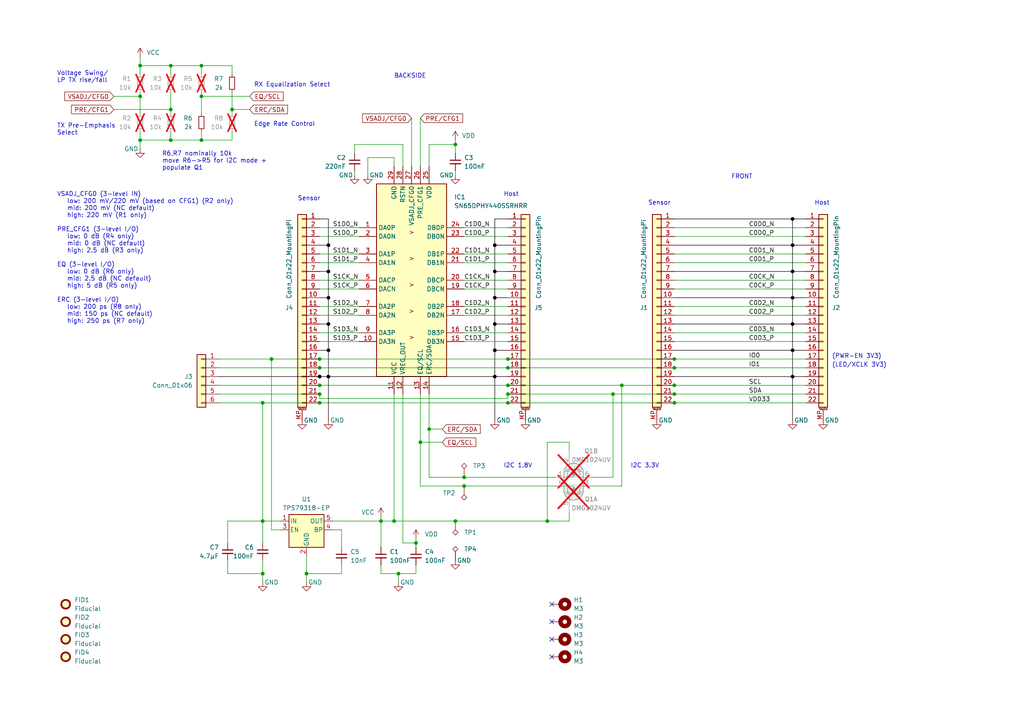
<source format=kicad_sch>
(kicad_sch (version 20230121) (generator eeschema)
  (paper "A4")
  (lib_symbols
    (symbol "Connector:TestPoint_Alt" (pin_numbers hide) (pin_names (offset 0.762) hide)
      (property "Reference" "TP" (at 0 6.858 0))
      (property "Value" "TestPoint_Alt" (at 0 5.08 0))
      (symbol "TestPoint_Alt_0_1"
        (polyline (pts (xy 0 2.54) (xy -0.762 3.302) (xy 0 4.064) (xy 0.762 3.302) (xy 0 2.54)))
      )
      (symbol "TestPoint_Alt_1_1"
        (pin passive line (at 0 0 90) (length 2.54) (name "1") (number "1"))
      )
    )
    (symbol "Connector_Generic:Conn_01x06" (pin_names (offset 1.016) hide)
      (property "Reference" "J" (at 0 7.62 0))
      (property "Value" "Conn_01x06" (at 0 -10.16 0))
      (symbol "Conn_01x06_1_1"
        (rectangle (start -1.27 -7.493) (end 0 -7.747) (stroke (width 0.1524)))
        (rectangle (start -1.27 -4.953) (end 0 -5.207) (stroke (width 0.1524)))
        (rectangle (start -1.27 -2.413) (end 0 -2.667) (stroke (width 0.1524)))
        (rectangle (start -1.27 0.127) (end 0 -0.127) (stroke (width 0.1524)))
        (rectangle (start -1.27 2.667) (end 0 2.413) (stroke (width 0.1524)))
        (rectangle (start -1.27 5.207) (end 0 4.953) (stroke (width 0.1524)))
        (rectangle (start -1.27 6.35) (end 1.27 -8.89) (stroke (width 0.254)) (fill (type background)))
        (pin passive line (at -5.08 5.08 0) (length 3.81) (name "Pin_1") (number "1"))
        (pin passive line (at -5.08 2.54 0) (length 3.81) (name "Pin_2") (number "2"))
        (pin passive line (at -5.08 0 0) (length 3.81) (name "Pin_3") (number "3"))
        (pin passive line (at -5.08 -2.54 0) (length 3.81) (name "Pin_4") (number "4"))
        (pin passive line (at -5.08 -5.08 0) (length 3.81) (name "Pin_5") (number "5"))
        (pin passive line (at -5.08 -7.62 0) (length 3.81) (name "Pin_6") (number "6"))
      )
    )
    (symbol "Connector_Generic_MountingPin:Conn_01x22_MountingPin" (pin_names (offset 1.016) hide)
      (property "Reference" "J" (at 0 27.94 0))
      (property "Value" "Conn_01x22_MountingPin" (at 1.27 -30.48 0))
      (symbol "Conn_01x22_MountingPin_1_1"
        (rectangle (start -1.27 -27.813) (end 0 -28.067) (stroke (width 0.1524)))
        (rectangle (start -1.27 -25.273) (end 0 -25.527) (stroke (width 0.1524)))
        (rectangle (start -1.27 -22.733) (end 0 -22.987) (stroke (width 0.1524)))
        (rectangle (start -1.27 -20.193) (end 0 -20.447) (stroke (width 0.1524)))
        (rectangle (start -1.27 -17.653) (end 0 -17.907) (stroke (width 0.1524)))
        (rectangle (start -1.27 -15.113) (end 0 -15.367) (stroke (width 0.1524)))
        (rectangle (start -1.27 -12.573) (end 0 -12.827) (stroke (width 0.1524)))
        (rectangle (start -1.27 -10.033) (end 0 -10.287) (stroke (width 0.1524)))
        (rectangle (start -1.27 -7.493) (end 0 -7.747) (stroke (width 0.1524)))
        (rectangle (start -1.27 -4.953) (end 0 -5.207) (stroke (width 0.1524)))
        (rectangle (start -1.27 -2.413) (end 0 -2.667) (stroke (width 0.1524)))
        (rectangle (start -1.27 0.127) (end 0 -0.127) (stroke (width 0.1524)))
        (rectangle (start -1.27 2.667) (end 0 2.413) (stroke (width 0.1524)))
        (rectangle (start -1.27 5.207) (end 0 4.953) (stroke (width 0.1524)))
        (rectangle (start -1.27 7.747) (end 0 7.493) (stroke (width 0.1524)))
        (rectangle (start -1.27 10.287) (end 0 10.033) (stroke (width 0.1524)))
        (rectangle (start -1.27 12.827) (end 0 12.573) (stroke (width 0.1524)))
        (rectangle (start -1.27 15.367) (end 0 15.113) (stroke (width 0.1524)))
        (rectangle (start -1.27 17.907) (end 0 17.653) (stroke (width 0.1524)))
        (rectangle (start -1.27 20.447) (end 0 20.193) (stroke (width 0.1524)))
        (rectangle (start -1.27 22.987) (end 0 22.733) (stroke (width 0.1524)))
        (rectangle (start -1.27 25.527) (end 0 25.273) (stroke (width 0.1524)))
        (rectangle (start -1.27 26.67) (end 1.27 -29.21) (stroke (width 0.254)) (fill (type background)))
        (polyline (pts (xy -1.016 -29.972) (xy 1.016 -29.972)) (stroke (width 0.1524)))
        (text "Mounting" (at 0 -29.591 0) (effects (font (size 0.381 0.381))))
        (pin passive line (at -5.08 25.4 0) (length 3.81) (name "Pin_1") (number "1"))
        (pin passive line (at -5.08 2.54 0) (length 3.81) (name "Pin_10") (number "10"))
        (pin passive line (at -5.08 0 0) (length 3.81) (name "Pin_11") (number "11"))
        (pin passive line (at -5.08 -2.54 0) (length 3.81) (name "Pin_12") (number "12"))
        (pin passive line (at -5.08 -5.08 0) (length 3.81) (name "Pin_13") (number "13"))
        (pin passive line (at -5.08 -7.62 0) (length 3.81) (name "Pin_14") (number "14"))
        (pin passive line (at -5.08 -10.16 0) (length 3.81) (name "Pin_15") (number "15"))
        (pin passive line (at -5.08 -12.7 0) (length 3.81) (name "Pin_16") (number "16"))
        (pin passive line (at -5.08 -15.24 0) (length 3.81) (name "Pin_17") (number "17"))
        (pin passive line (at -5.08 -17.78 0) (length 3.81) (name "Pin_18") (number "18"))
        (pin passive line (at -5.08 -20.32 0) (length 3.81) (name "Pin_19") (number "19"))
        (pin passive line (at -5.08 22.86 0) (length 3.81) (name "Pin_2") (number "2"))
        (pin passive line (at -5.08 -22.86 0) (length 3.81) (name "Pin_20") (number "20"))
        (pin passive line (at -5.08 -25.4 0) (length 3.81) (name "Pin_21") (number "21"))
        (pin passive line (at -5.08 -27.94 0) (length 3.81) (name "Pin_22") (number "22"))
        (pin passive line (at -5.08 20.32 0) (length 3.81) (name "Pin_3") (number "3"))
        (pin passive line (at -5.08 17.78 0) (length 3.81) (name "Pin_4") (number "4"))
        (pin passive line (at -5.08 15.24 0) (length 3.81) (name "Pin_5") (number "5"))
        (pin passive line (at -5.08 12.7 0) (length 3.81) (name "Pin_6") (number "6"))
        (pin passive line (at -5.08 10.16 0) (length 3.81) (name "Pin_7") (number "7"))
        (pin passive line (at -5.08 7.62 0) (length 3.81) (name "Pin_8") (number "8"))
        (pin passive line (at -5.08 5.08 0) (length 3.81) (name "Pin_9") (number "9"))
        (pin passive line (at 0 -33.02 90) (length 3.048) (name "MountPin") (number "MP"))
      )
    )
    (symbol "DPHY440:SN65DPHY440SSRHRR"
      (property "Reference" "IC" (at -1.27 44.45 0))
      (property "Value" "SN65DPHY440SSRHRR" (at -11.43 41.91 0))
      (symbol "SN65DPHY440SSRHRR_1_1"
        (rectangle (start -10.16 27.94) (end 10.16 -27.94) (stroke (width 0.254)) (fill (type background)))
        (text ">" (at 0 -16.51 0) (effects (font (size 1.27 1.27))))
        (text ">" (at 0 -8.89 0) (effects (font (size 1.27 1.27))))
        (text ">" (at 0 -1.27 0) (effects (font (size 1.27 1.27))))
        (text ">" (at 0 6.35 0) (effects (font (size 1.27 1.27))))
        (text ">" (at 0 13.97 0) (effects (font (size 1.27 1.27))))
        (pin passive line (at -15.24 15.24 0) (length 5.08) (name "DA0P") (number "1"))
        (pin passive line (at -15.24 -17.78 0) (length 5.08) (name "DA3N") (number "10"))
        (pin passive line (at -5.08 -33.02 90) (length 5.08) (name "VCC") (number "11"))
        (pin passive line (at -2.54 -33.02 90) (length 5.08) (name "VREG_OUT") (number "12"))
        (pin passive line (at 2.54 -33.02 90) (length 5.08) (name "EQ/SCL") (number "13"))
        (pin passive line (at 5.08 -33.02 90) (length 5.08) (name "ERC/SDA") (number "14"))
        (pin passive line (at 15.24 -17.78 180) (length 5.08) (name "DB3N") (number "15"))
        (pin passive line (at 15.24 -15.24 180) (length 5.08) (name "DB3P") (number "16"))
        (pin passive line (at 15.24 -10.16 180) (length 5.08) (name "DB2N") (number "17"))
        (pin passive line (at 15.24 -7.62 180) (length 5.08) (name "DB2P") (number "18"))
        (pin passive line (at 15.24 -2.54 180) (length 5.08) (name "DBCN") (number "19"))
        (pin passive line (at -15.24 12.7 0) (length 5.08) (name "DA0N") (number "2"))
        (pin passive line (at 15.24 0 180) (length 5.08) (name "DBCP") (number "20"))
        (pin passive line (at 15.24 5.08 180) (length 5.08) (name "DB1N") (number "21"))
        (pin passive line (at 15.24 7.62 180) (length 5.08) (name "DB1P") (number "22"))
        (pin passive line (at 15.24 12.7 180) (length 5.08) (name "DB0N") (number "23"))
        (pin passive line (at 15.24 15.24 180) (length 5.08) (name "DB0P") (number "24"))
        (pin passive line (at 5.08 33.02 270) (length 5.08) (name "VDD") (number "25"))
        (pin passive line (at 2.54 33.02 270) (length 5.08) (name "PRE_CFG1") (number "26"))
        (pin passive line (at 0 33.02 270) (length 5.08) (name "VSADJ_CFG0") (number "27"))
        (pin passive line (at -2.54 33.02 270) (length 5.08) (name "RSTN") (number "28"))
        (pin passive line (at -5.08 33.02 270) (length 5.08) (name "GND") (number "29"))
        (pin passive line (at -15.24 7.62 0) (length 5.08) (name "DA1P") (number "3"))
        (pin passive line (at -15.24 5.08 0) (length 5.08) (name "DA1N") (number "4"))
        (pin passive line (at -15.24 0 0) (length 5.08) (name "DACP") (number "5"))
        (pin passive line (at -15.24 -2.54 0) (length 5.08) (name "DACN") (number "6"))
        (pin passive line (at -15.24 -7.62 0) (length 5.08) (name "DA2P") (number "7"))
        (pin passive line (at -15.24 -10.16 0) (length 5.08) (name "DA2N") (number "8"))
        (pin passive line (at -15.24 -15.24 0) (length 5.08) (name "DA3P") (number "9"))
      )
    )
    (symbol "Device:C_Small" (pin_numbers hide) (pin_names (offset 0.254) hide)
      (property "Reference" "C" (at 0.254 1.778 0))
      (property "Value" "C_Small" (at 0.254 -2.032 0))
      (symbol "C_Small_0_1"
        (polyline (pts (xy -1.524 -0.508) (xy 1.524 -0.508)) (stroke (width 0.3302)))
        (polyline (pts (xy -1.524 0.508) (xy 1.524 0.508)) (stroke (width 0.3048)))
      )
      (symbol "C_Small_1_1"
        (pin passive line (at 0 2.54 270) (length 2.032) (name "~") (number "1"))
        (pin passive line (at 0 -2.54 90) (length 2.032) (name "~") (number "2"))
      )
    )
    (symbol "Device:R_Small" (pin_numbers hide) (pin_names (offset 0.254) hide)
      (property "Reference" "R" (at 0.762 0.508 0))
      (property "Value" "R_Small" (at 0.762 -1.016 0))
      (symbol "R_Small_0_1"
        (rectangle (start -0.762 1.778) (end 0.762 -1.778) (stroke (width 0.2032)))
      )
      (symbol "R_Small_1_1"
        (pin passive line (at 0 2.54 270) (length 0.762) (name "~") (number "1"))
        (pin passive line (at 0 -2.54 90) (length 0.762) (name "~") (number "2"))
      )
    )
    (symbol "Mechanical:Fiducial"
      (property "Reference" "FID" (at 0 5.08 0))
      (property "Value" "Fiducial" (at 0 3.175 0))
      (symbol "Fiducial_0_1"
        (circle (center 0 0) (radius 1.27) (stroke (width 0.508)) (fill (type background)))
      )
    )
    (symbol "Mechanical:MountingHole_Pad" (pin_numbers hide) (pin_names (offset 1.016) hide)
      (property "Reference" "H" (at 0 6.35 0))
      (property "Value" "MountingHole_Pad" (at 0 4.445 0))
      (symbol "MountingHole_Pad_0_1"
        (circle (center 0 1.27) (radius 1.27) (stroke (width 1.27)))
      )
      (symbol "MountingHole_Pad_1_1"
        (pin input line (at 0 -2.54 90) (length 2.54) (name "1") (number "1"))
      )
    )
    (symbol "PCM_Transistor_MOSFET_AKL:DMG1024UV" (pin_names (offset 1.016) hide)
      (property "Reference" "Q" (at 3.81 1.27 0))
      (property "Value" "DMG1024UV" (at 3.81 -1.27 0))
      (symbol "DMG1024UV_1_1"
        (polyline (pts (xy -1.016 1.905) (xy -1.016 -1.905)) (stroke (width 0.254)))
        (polyline (pts (xy -0.508 -1.778) (xy 1.27 -1.778)))
        (polyline (pts (xy -0.508 -1.27) (xy -0.508 -2.286)) (stroke (width 0.254)))
        (polyline (pts (xy -0.508 0.508) (xy -0.508 -0.508)) (stroke (width 0.254)))
        (polyline (pts (xy -0.508 2.286) (xy -0.508 1.27)) (stroke (width 0.254)))
        (polyline (pts (xy 0 -2.794) (xy 1.905 -2.794)) (stroke (width 0.254)))
        (polyline (pts (xy 0 2.794) (xy 1.905 2.794)) (stroke (width 0.254)))
        (polyline (pts (xy 1.27 1.778) (xy -0.508 1.778)))
        (polyline (pts (xy 1.27 2.54) (xy 1.27 1.778)))
        (polyline (pts (xy 1.27 -2.54) (xy 1.27 0) (xy -0.508 0)))
        (polyline (pts (xy -0.254 0) (xy 0.762 0.381) (xy 0.762 -0.381) (xy -0.254 0)) (fill (type outline)))
        (polyline (pts (xy 1.905 -2.794) (xy -0.254 -2.794) (xy -1.397 -2.413) (xy -2.286 -1.651) (xy -2.667 -0.762) (xy -2.794 0.127) (xy -2.54 1.143) (xy -2.032 1.905) (xy -1.397 2.413) (xy -0.508 2.794) (xy 1.905 2.794)) (fill (type background)))
        (arc (start 0 2.794) (mid -2.7819 0) (end 0 -2.794) (stroke (width 0.254)))
        (circle (center 1.27 -1.778) (radius 0.1778) (fill (type outline)))
        (pin passive line (at 1.27 -5.08 90) (length 2.54) (name "S1") (number "1"))
        (pin input line (at -6.35 -1.27 0) (length 5.207) (name "G1") (number "2"))
        (pin passive line (at 1.27 5.08 270) (length 2.54) (name "D1") (number "6"))
      )
      (symbol "DMG1024UV_2_1"
        (polyline (pts (xy -1.016 1.905) (xy -1.016 -1.905)) (stroke (width 0.254)))
        (polyline (pts (xy -0.508 -1.778) (xy 1.27 -1.778)))
        (polyline (pts (xy -0.508 -1.27) (xy -0.508 -2.286)) (stroke (width 0.254)))
        (polyline (pts (xy -0.508 0.508) (xy -0.508 -0.508)) (stroke (width 0.254)))
        (polyline (pts (xy -0.508 2.286) (xy -0.508 1.27)) (stroke (width 0.254)))
        (polyline (pts (xy 0 -2.794) (xy 1.905 -2.794)) (stroke (width 0.254)))
        (polyline (pts (xy 0 2.794) (xy 1.905 2.794)) (stroke (width 0.254)))
        (polyline (pts (xy 1.27 1.778) (xy -0.508 1.778)))
        (polyline (pts (xy 1.27 2.54) (xy 1.27 1.778)))
        (polyline (pts (xy 1.27 -2.54) (xy 1.27 0) (xy -0.508 0)))
        (polyline (pts (xy -0.254 0) (xy 0.762 0.381) (xy 0.762 -0.381) (xy -0.254 0)) (fill (type outline)))
        (polyline (pts (xy 1.905 -2.794) (xy -0.254 -2.794) (xy -1.397 -2.413) (xy -2.286 -1.651) (xy -2.667 -0.762) (xy -2.794 0.127) (xy -2.54 1.143) (xy -2.032 1.905) (xy -1.397 2.413) (xy -0.508 2.794) (xy 1.905 2.794)) (fill (type background)))
        (arc (start 0 2.794) (mid -2.7819 0) (end 0 -2.794) (stroke (width 0.254)))
        (circle (center 1.27 -1.778) (radius 0.1778) (fill (type outline)))
        (pin passive line (at 1.27 5.08 270) (length 2.54) (name "D2") (number "3"))
        (pin passive line (at 1.27 -5.08 90) (length 2.54) (name "S2") (number "4"))
        (pin input line (at -6.35 -1.27 0) (length 5.207) (name "G2") (number "5"))
      )
    )
    (symbol "Regulator_Linear:TPS79318-EP" (pin_names (offset 0.254))
      (property "Reference" "U" (at -3.81 5.715 0))
      (property "Value" "TPS79318-EP" (at 0 5.715 0))
      (symbol "TPS79318-EP_1_1"
        (rectangle (start 5.08 -5.08) (end -5.08 4.445) (stroke (width 0.254)) (fill (type background)))
        (pin power_in line (at -7.62 2.54 0) (length 2.54) (name "IN") (number "1"))
        (pin power_in line (at 0 -7.62 90) (length 2.54) (name "GND") (number "2"))
        (pin input line (at -7.62 0 0) (length 2.54) (name "EN") (number "3"))
        (pin bidirectional line (at 7.62 0 180) (length 2.54) (name "BP") (number "4"))
        (pin power_out line (at 7.62 2.54 180) (length 2.54) (name "OUT") (number "5"))
      )
    )
    (symbol "power:GND" (power) (pin_names (offset 0))
      (property "Value" "GND" (at 0 -3.81 0))
      (symbol "GND_0_1"
        (polyline (pts (xy 0 0) (xy 0 -1.27) (xy 1.27 -1.27) (xy 0 -2.54) (xy -1.27 -1.27) (xy 0 -1.27)))
      )
      (symbol "GND_1_1"
        (pin power_in line (at 0 0 270) (length 0) hide (name "GND") (number "1"))
      )
    )
    (symbol "power:VCC" (power) (pin_names (offset 0))
      (property "Value" "VCC" (at 0 3.81 0))
      (symbol "VCC_0_1"
        (polyline (pts (xy -0.762 1.27) (xy 0 2.54)))
        (polyline (pts (xy 0 0) (xy 0 2.54)))
        (polyline (pts (xy 0 2.54) (xy 0.762 1.27)))
      )
      (symbol "VCC_1_1"
        (pin power_in line (at 0 0 90) (length 0) hide (name "VCC") (number "1"))
      )
    )
    (symbol "power:VDD" (power) (pin_names (offset 0))
      (property "Value" "VDD" (at 0 3.81 0))
      (symbol "VDD_0_1"
        (polyline (pts (xy -0.762 1.27) (xy 0 2.54)))
        (polyline (pts (xy 0 0) (xy 0 2.54)))
        (polyline (pts (xy 0 2.54) (xy 0.762 1.27)))
      )
      (symbol "VDD_1_1"
        (pin power_in line (at 0 0 90) (length 0) hide (name "VDD") (number "1"))
      )
    )
  )
  (junction (at 132.08 41.91))
  (junction (at 40.64 19.05))
  (junction (at 76.2 151.13))
  (junction (at 115.57 166.37))
  (junction (at 114.3 151.13))
  (junction (at 78.74 104.14))
  (junction (at 88.9 166.37))
  (junction (at 95.25 101.6) (color 0 0 0 1))
  (junction (at 158.75 151.13))
  (junction (at 143.51 93.98) (color 0 0 0 1))
  (junction (at 110.49 151.13))
  (junction (at 58.42 40.64))
  (junction (at 58.42 27.94))
  (junction (at 143.51 101.6) (color 0 0 0 1))
  (junction (at 229.87 86.36) (color 0 0 0 1))
  (junction (at 95.25 109.22) (color 0 0 0 1))
  (junction (at 147.32 111.76))
  (junction (at 229.87 93.98) (color 0 0 0 1))
  (junction (at 195.58 114.3))
  (junction (at 95.25 71.12) (color 0 0 0 1))
  (junction (at 76.2 166.37))
  (junction (at 132.08 151.13))
  (junction (at 195.58 116.84))
  (junction (at 229.87 78.74) (color 0 0 0 1))
  (junction (at 147.32 106.68))
  (junction (at 229.87 109.22) (color 0 0 0 1))
  (junction (at 143.51 78.74) (color 0 0 0 1))
  (junction (at 76.2 116.84))
  (junction (at 195.58 106.68))
  (junction (at 49.53 31.75))
  (junction (at 92.71 116.84))
  (junction (at 49.53 19.05))
  (junction (at 95.25 93.98) (color 0 0 0 1))
  (junction (at 67.31 31.75))
  (junction (at 147.32 116.84))
  (junction (at 180.34 111.76))
  (junction (at 195.58 104.14))
  (junction (at 229.87 63.5) (color 0 0 0 1))
  (junction (at 121.92 128.27))
  (junction (at 229.87 101.6) (color 0 0 0 1))
  (junction (at 134.62 138.43))
  (junction (at 40.64 40.64))
  (junction (at 177.8 114.3))
  (junction (at 124.46 124.46))
  (junction (at 147.32 104.14))
  (junction (at 49.53 40.64))
  (junction (at 147.32 114.3))
  (junction (at 229.87 71.12) (color 0 0 0 1))
  (junction (at 58.42 19.05))
  (junction (at 143.51 71.12) (color 0 0 0 1))
  (junction (at 195.58 111.76))
  (junction (at 95.25 86.36) (color 0 0 0 1))
  (junction (at 92.71 106.68))
  (junction (at 92.71 111.76))
  (junction (at 120.65 157.48))
  (junction (at 143.51 109.22) (color 0 0 0 1))
  (junction (at 92.71 114.3))
  (junction (at 95.25 78.74) (color 0 0 0 1))
  (junction (at 40.64 27.94))
  (junction (at 134.62 140.97))
  (junction (at 143.51 86.36) (color 0 0 0 1))
  (junction (at 92.71 104.14))
  (junction (at 92.71 109.22) (color 0 0 0 1))
  (no_connect (at 160.02 190.5))
  (no_connect (at 160.02 180.34))
  (no_connect (at 160.02 175.26))
  (no_connect (at 160.02 185.42))
  (wire (pts (xy 67.31 40.64) (xy 58.42 40.64)))
  (wire (pts (xy 180.34 111.76) (xy 195.58 111.76)))
  (wire (pts (xy 40.64 40.64) (xy 40.64 43.18)))
  (wire (pts (xy 78.74 104.14) (xy 78.74 153.67)))
  (wire (pts (xy 134.62 138.43) (xy 124.46 138.43)))
  (wire (pts (xy 76.2 116.84) (xy 92.71 116.84)))
  (wire (pts (xy 195.58 88.9) (xy 233.68 88.9)))
  (wire (pts (xy 116.84 48.26) (xy 116.84 41.91)))
  (wire (pts (xy 143.51 101.6) (xy 147.32 101.6)) (stroke (width 0) (color 0 0 0 1)))
  (wire (pts (xy 195.58 93.98) (xy 229.87 93.98)) (stroke (width 0) (color 0 0 0 1)))
  (wire (pts (xy 195.58 114.3) (xy 233.68 114.3)))
  (wire (pts (xy 229.87 78.74) (xy 229.87 86.36)) (stroke (width 0) (color 0 0 0 1)))
  (wire (pts (xy 134.62 66.04) (xy 147.32 66.04)))
  (wire (pts (xy 147.32 104.14) (xy 195.58 104.14)))
  (wire (pts (xy 58.42 26.67) (xy 58.42 27.94)))
  (wire (pts (xy 119.38 48.26) (xy 119.38 34.29)))
  (wire (pts (xy 95.25 101.6) (xy 95.25 109.22)) (stroke (width 0) (color 0 0 0 1)))
  (wire (pts (xy 76.2 162.56) (xy 76.2 166.37)))
  (wire (pts (xy 143.51 93.98) (xy 143.51 101.6)) (stroke (width 0) (color 0 0 0 1)))
  (wire (pts (xy 229.87 101.6) (xy 233.68 101.6)) (stroke (width 0) (color 0 0 0 1)))
  (wire (pts (xy 115.57 168.91) (xy 115.57 166.37)))
  (wire (pts (xy 143.51 78.74) (xy 147.32 78.74)) (stroke (width 0) (color 0 0 0 1)))
  (wire (pts (xy 195.58 83.82) (xy 233.68 83.82)))
  (wire (pts (xy 134.62 83.82) (xy 147.32 83.82)))
  (wire (pts (xy 195.58 86.36) (xy 229.87 86.36)) (stroke (width 0) (color 0 0 0 1)))
  (wire (pts (xy 49.53 40.64) (xy 40.64 40.64)))
  (wire (pts (xy 63.5 111.76) (xy 92.71 111.76)))
  (wire (pts (xy 134.62 81.28) (xy 147.32 81.28)))
  (wire (pts (xy 134.62 73.66) (xy 147.32 73.66)))
  (wire (pts (xy 63.5 116.84) (xy 76.2 116.84)))
  (wire (pts (xy 66.04 157.48) (xy 66.04 151.13)))
  (wire (pts (xy 124.46 41.91) (xy 132.08 41.91)))
  (wire (pts (xy 134.62 88.9) (xy 147.32 88.9)))
  (wire (pts (xy 95.25 109.22) (xy 95.25 121.92)) (stroke (width 0) (color 0 0 0 1)))
  (wire (pts (xy 124.46 114.3) (xy 124.46 124.46)))
  (wire (pts (xy 158.75 151.13) (xy 165.1 151.13)))
  (wire (pts (xy 132.08 41.91) (xy 132.08 44.45)))
  (wire (pts (xy 143.51 86.36) (xy 147.32 86.36)) (stroke (width 0) (color 0 0 0 1)))
  (wire (pts (xy 66.04 162.56) (xy 66.04 166.37)))
  (wire (pts (xy 165.1 130.81) (xy 165.1 128.27)))
  (wire (pts (xy 67.31 19.05) (xy 58.42 19.05)))
  (wire (pts (xy 114.3 151.13) (xy 114.3 114.3)))
  (wire (pts (xy 95.25 86.36) (xy 95.25 93.98)) (stroke (width 0) (color 0 0 0 1)))
  (wire (pts (xy 143.51 101.6) (xy 143.51 109.22)) (stroke (width 0) (color 0 0 0 1)))
  (wire (pts (xy 120.65 156.21) (xy 120.65 157.48)))
  (wire (pts (xy 92.71 66.04) (xy 104.14 66.04)))
  (wire (pts (xy 128.27 128.27) (xy 121.92 128.27)))
  (wire (pts (xy 229.87 86.36) (xy 229.87 93.98)) (stroke (width 0) (color 0 0 0 1)))
  (wire (pts (xy 96.52 153.67) (xy 99.06 153.67)))
  (wire (pts (xy 95.25 71.12) (xy 95.25 78.74)) (stroke (width 0) (color 0 0 0 1)))
  (wire (pts (xy 229.87 93.98) (xy 233.68 93.98)) (stroke (width 0) (color 0 0 0 1)))
  (wire (pts (xy 143.51 109.22) (xy 143.51 121.92)) (stroke (width 0) (color 0 0 0 1)))
  (wire (pts (xy 99.06 153.67) (xy 99.06 158.75)))
  (wire (pts (xy 95.25 93.98) (xy 95.25 101.6)) (stroke (width 0) (color 0 0 0 1)))
  (wire (pts (xy 229.87 63.5) (xy 229.87 71.12)) (stroke (width 0) (color 0 0 0 1)))
  (wire (pts (xy 106.68 45.72) (xy 114.3 45.72)))
  (wire (pts (xy 58.42 38.1) (xy 58.42 40.64)))
  (wire (pts (xy 195.58 109.22) (xy 229.87 109.22)) (stroke (width 0) (color 0 0 0 1)))
  (wire (pts (xy 92.71 83.82) (xy 104.14 83.82)))
  (wire (pts (xy 96.52 151.13) (xy 110.49 151.13)))
  (wire (pts (xy 195.58 68.58) (xy 233.68 68.58)))
  (wire (pts (xy 120.65 163.83) (xy 120.65 166.37)))
  (wire (pts (xy 102.87 41.91) (xy 116.84 41.91)))
  (wire (pts (xy 147.32 114.3) (xy 177.8 114.3)))
  (wire (pts (xy 67.31 21.59) (xy 67.31 19.05)))
  (wire (pts (xy 147.32 111.76) (xy 180.34 111.76)))
  (wire (pts (xy 115.57 166.37) (xy 120.65 166.37)))
  (wire (pts (xy 63.5 106.68) (xy 92.71 106.68)))
  (wire (pts (xy 58.42 19.05) (xy 49.53 19.05)))
  (wire (pts (xy 132.08 151.13) (xy 158.75 151.13)))
  (wire (pts (xy 134.62 91.44) (xy 147.32 91.44)))
  (wire (pts (xy 40.64 26.67) (xy 40.64 27.94)))
  (wire (pts (xy 81.28 153.67) (xy 78.74 153.67)))
  (wire (pts (xy 63.5 104.14) (xy 78.74 104.14)))
  (wire (pts (xy 143.51 71.12) (xy 143.51 78.74)) (stroke (width 0) (color 0 0 0 1)))
  (wire (pts (xy 195.58 76.2) (xy 233.68 76.2)))
  (wire (pts (xy 76.2 116.84) (xy 76.2 151.13)))
  (wire (pts (xy 67.31 26.67) (xy 67.31 31.75)))
  (wire (pts (xy 180.34 140.97) (xy 180.34 111.76)))
  (wire (pts (xy 76.2 157.48) (xy 76.2 151.13)))
  (wire (pts (xy 110.49 151.13) (xy 110.49 158.75)))
  (wire (pts (xy 195.58 73.66) (xy 233.68 73.66)))
  (wire (pts (xy 92.71 78.74) (xy 95.25 78.74)) (stroke (width 0) (color 0 0 0 1)))
  (wire (pts (xy 92.71 76.2) (xy 104.14 76.2)))
  (wire (pts (xy 92.71 63.5) (xy 95.25 63.5)) (stroke (width 0) (color 0 0 0 1)))
  (wire (pts (xy 110.49 166.37) (xy 115.57 166.37)))
  (wire (pts (xy 49.53 19.05) (xy 49.53 21.59)))
  (wire (pts (xy 92.71 115.57) (xy 147.32 115.57)))
  (wire (pts (xy 121.92 34.29) (xy 121.92 48.26)))
  (wire (pts (xy 92.71 109.22) (xy 95.25 109.22)) (stroke (width 0) (color 0 0 0 1)))
  (wire (pts (xy 195.58 96.52) (xy 233.68 96.52)))
  (wire (pts (xy 116.84 114.3) (xy 116.84 157.48)))
  (wire (pts (xy 99.06 166.37) (xy 99.06 163.83)))
  (wire (pts (xy 92.71 93.98) (xy 95.25 93.98)) (stroke (width 0) (color 0 0 0 1)))
  (wire (pts (xy 92.71 88.9) (xy 104.14 88.9)))
  (wire (pts (xy 229.87 101.6) (xy 229.87 109.22)) (stroke (width 0) (color 0 0 0 1)))
  (wire (pts (xy 102.87 41.91) (xy 102.87 44.45)))
  (wire (pts (xy 92.71 116.84) (xy 147.32 116.84)))
  (wire (pts (xy 92.71 101.6) (xy 95.25 101.6)) (stroke (width 0) (color 0 0 0 1)))
  (wire (pts (xy 195.58 66.04) (xy 233.68 66.04)))
  (wire (pts (xy 76.2 166.37) (xy 76.2 168.91)))
  (wire (pts (xy 195.58 81.28) (xy 233.68 81.28)))
  (wire (pts (xy 143.51 86.36) (xy 143.51 93.98)) (stroke (width 0) (color 0 0 0 1)))
  (wire (pts (xy 134.62 140.97) (xy 161.29 140.97)))
  (wire (pts (xy 67.31 31.75) (xy 67.31 33.02)))
  (wire (pts (xy 40.64 19.05) (xy 40.64 16.51)))
  (wire (pts (xy 33.02 27.94) (xy 40.64 27.94)))
  (wire (pts (xy 143.51 63.5) (xy 143.51 71.12)) (stroke (width 0) (color 0 0 0 1)))
  (wire (pts (xy 88.9 166.37) (xy 99.06 166.37)))
  (wire (pts (xy 66.04 166.37) (xy 76.2 166.37)))
  (wire (pts (xy 88.9 161.29) (xy 88.9 166.37)))
  (wire (pts (xy 63.5 109.22) (xy 92.71 109.22)) (stroke (width 0) (color 0 0 0 1)))
  (wire (pts (xy 165.1 128.27) (xy 158.75 128.27)))
  (wire (pts (xy 177.8 114.3) (xy 195.58 114.3)))
  (wire (pts (xy 165.1 151.13) (xy 165.1 148.59)))
  (wire (pts (xy 195.58 111.76) (xy 233.68 111.76)))
  (wire (pts (xy 134.62 99.06) (xy 147.32 99.06)))
  (wire (pts (xy 229.87 86.36) (xy 233.68 86.36)) (stroke (width 0) (color 0 0 0 1)))
  (wire (pts (xy 195.58 106.68) (xy 233.68 106.68)))
  (wire (pts (xy 33.02 31.75) (xy 49.53 31.75)))
  (wire (pts (xy 229.87 109.22) (xy 233.68 109.22)) (stroke (width 0) (color 0 0 0 1)))
  (wire (pts (xy 143.51 109.22) (xy 147.32 109.22)) (stroke (width 0) (color 0 0 0 1)))
  (wire (pts (xy 134.62 96.52) (xy 147.32 96.52)))
  (wire (pts (xy 40.64 38.1) (xy 40.64 40.64)))
  (wire (pts (xy 177.8 114.3) (xy 177.8 138.43)))
  (wire (pts (xy 58.42 27.94) (xy 72.39 27.94)))
  (wire (pts (xy 49.53 19.05) (xy 40.64 19.05)))
  (wire (pts (xy 66.04 151.13) (xy 76.2 151.13)))
  (wire (pts (xy 106.68 50.8) (xy 106.68 45.72)))
  (wire (pts (xy 92.71 91.44) (xy 104.14 91.44)))
  (wire (pts (xy 40.64 19.05) (xy 40.64 21.59)))
  (wire (pts (xy 195.58 91.44) (xy 233.68 91.44)))
  (wire (pts (xy 195.58 116.84) (xy 233.68 116.84)))
  (wire (pts (xy 195.58 63.5) (xy 229.87 63.5)) (stroke (width 0) (color 0 0 0 1)))
  (wire (pts (xy 134.62 76.2) (xy 147.32 76.2)))
  (wire (pts (xy 92.71 73.66) (xy 104.14 73.66)))
  (wire (pts (xy 49.53 38.1) (xy 49.53 40.64)))
  (wire (pts (xy 92.71 68.58) (xy 104.14 68.58)))
  (wire (pts (xy 92.71 81.28) (xy 104.14 81.28)))
  (wire (pts (xy 143.51 71.12) (xy 147.32 71.12)) (stroke (width 0) (color 0 0 0 1)))
  (wire (pts (xy 114.3 151.13) (xy 132.08 151.13)))
  (wire (pts (xy 229.87 78.74) (xy 233.68 78.74)) (stroke (width 0) (color 0 0 0 1)))
  (wire (pts (xy 76.2 151.13) (xy 81.28 151.13)))
  (wire (pts (xy 58.42 27.94) (xy 58.42 33.02)))
  (wire (pts (xy 171.45 140.97) (xy 180.34 140.97)))
  (wire (pts (xy 95.25 63.5) (xy 95.25 71.12)) (stroke (width 0) (color 0 0 0 1)))
  (wire (pts (xy 88.9 168.91) (xy 88.9 166.37)))
  (wire (pts (xy 147.32 115.57) (xy 147.32 114.3)))
  (wire (pts (xy 58.42 19.05) (xy 58.42 21.59)))
  (wire (pts (xy 195.58 99.06) (xy 233.68 99.06)))
  (wire (pts (xy 95.25 109.22) (xy 143.51 109.22)) (stroke (width 0) (color 0 0 0 1)))
  (wire (pts (xy 121.92 114.3) (xy 121.92 128.27)))
  (wire (pts (xy 110.49 151.13) (xy 114.3 151.13)))
  (wire (pts (xy 92.71 111.76) (xy 147.32 111.76)))
  (wire (pts (xy 78.74 104.14) (xy 92.71 104.14)))
  (wire (pts (xy 49.53 26.67) (xy 49.53 31.75)))
  (wire (pts (xy 229.87 109.22) (xy 229.87 121.92)) (stroke (width 0) (color 0 0 0 1)))
  (wire (pts (xy 124.46 138.43) (xy 124.46 124.46)))
  (wire (pts (xy 229.87 71.12) (xy 233.68 71.12)) (stroke (width 0) (color 0 0 0 1)))
  (wire (pts (xy 147.32 106.68) (xy 195.58 106.68)))
  (wire (pts (xy 120.65 157.48) (xy 120.65 158.75)))
  (wire (pts (xy 134.62 138.43) (xy 161.29 138.43)))
  (wire (pts (xy 195.58 78.74) (xy 229.87 78.74)) (stroke (width 0) (color 0 0 0 1)))
  (wire (pts (xy 120.65 157.48) (xy 116.84 157.48)))
  (wire (pts (xy 92.71 86.36) (xy 95.25 86.36)) (stroke (width 0) (color 0 0 0 1)))
  (wire (pts (xy 124.46 48.26) (xy 124.46 41.91)))
  (wire (pts (xy 195.58 104.14) (xy 233.68 104.14)))
  (wire (pts (xy 92.71 71.12) (xy 95.25 71.12)) (stroke (width 0) (color 0 0 0 1)))
  (wire (pts (xy 147.32 116.84) (xy 195.58 116.84)))
  (wire (pts (xy 110.49 149.86) (xy 110.49 151.13)))
  (wire (pts (xy 58.42 40.64) (xy 49.53 40.64)))
  (wire (pts (xy 143.51 78.74) (xy 143.51 86.36)) (stroke (width 0) (color 0 0 0 1)))
  (wire (pts (xy 195.58 101.6) (xy 229.87 101.6)) (stroke (width 0) (color 0 0 0 1)))
  (wire (pts (xy 102.87 49.53) (xy 102.87 50.8)))
  (wire (pts (xy 158.75 128.27) (xy 158.75 151.13)))
  (wire (pts (xy 132.08 40.64) (xy 132.08 41.91)))
  (wire (pts (xy 92.71 96.52) (xy 104.14 96.52)))
  (wire (pts (xy 147.32 63.5) (xy 143.51 63.5)) (stroke (width 0) (color 0 0 0 1)))
  (wire (pts (xy 40.64 27.94) (xy 40.64 33.02)))
  (wire (pts (xy 114.3 45.72) (xy 114.3 48.26)))
  (wire (pts (xy 132.08 49.53) (xy 132.08 50.8)))
  (wire (pts (xy 110.49 166.37) (xy 110.49 163.83)))
  (wire (pts (xy 49.53 31.75) (xy 49.53 33.02)))
  (wire (pts (xy 121.92 140.97) (xy 121.92 128.27)))
  (wire (pts (xy 233.68 63.5) (xy 229.87 63.5)) (stroke (width 0) (color 0 0 0 1)))
  (wire (pts (xy 63.5 114.3) (xy 92.71 114.3)))
  (wire (pts (xy 92.71 106.68) (xy 147.32 106.68)))
  (wire (pts (xy 92.71 115.57) (xy 92.71 114.3)))
  (wire (pts (xy 92.71 104.14) (xy 147.32 104.14)))
  (wire (pts (xy 134.62 68.58) (xy 147.32 68.58)))
  (wire (pts (xy 195.58 71.12) (xy 229.87 71.12)) (stroke (width 0) (color 0 0 0 1)))
  (wire (pts (xy 67.31 38.1) (xy 67.31 40.64)))
  (wire (pts (xy 177.8 138.43) (xy 171.45 138.43)))
  (wire (pts (xy 128.27 124.46) (xy 124.46 124.46)))
  (wire (pts (xy 229.87 93.98) (xy 229.87 101.6)) (stroke (width 0) (color 0 0 0 1)))
  (wire (pts (xy 143.51 93.98) (xy 147.32 93.98)) (stroke (width 0) (color 0 0 0 1)))
  (wire (pts (xy 92.71 99.06) (xy 104.14 99.06)))
  (wire (pts (xy 67.31 31.75) (xy 72.39 31.75)))
  (wire (pts (xy 229.87 71.12) (xy 229.87 78.74)) (stroke (width 0) (color 0 0 0 1)))
  (wire (pts (xy 134.62 140.97) (xy 121.92 140.97)))
  (wire (pts (xy 95.25 78.74) (xy 95.25 86.36)) (stroke (width 0) (color 0 0 0 1)))
  (text "Sensor" (at 86.36 58.42 0) (effects (font (size 1.27 1.27)) (justify left bottom)))
  (text "Host" (at 236.22 59.69 0) (effects (font (size 1.27 1.27)) (justify left bottom)))
  (text "BACKSIDE" (at 114.3 22.86 0) (effects (font (size 1.27 1.27)) (justify left bottom)))
  (text "(PWR-EN 3V3)" (at 241.3 104.14 0) (effects (font (size 1.27 1.27)) (justify left bottom)))
  (text "Host" (at 146.05 57.15 0) (effects (font (size 1.27 1.27)) (justify left bottom)))
  (text "(LED/XCLK 3V3)\n" (at 241.3 106.68 0) (effects (font (size 1.27 1.27)) (justify left bottom)))
  (text "I2C 1.8V" (at 146.05 135.89 0) (effects (font (size 1.27 1.27)) (justify left bottom)))
  (text "RX Equalization Select" (at 73.66 25.4 0) (effects (font (size 1.27 1.27)) (justify left bottom)))
  (text "Voltage Swing/\nLP TX rise/fall" (at 16.51 24.13 0) (effects (font (size 1.27 1.27)) (justify left bottom)))
  (text "I2C 3.3V" (at 182.88 135.89 0) (effects (font (size 1.27 1.27)) (justify left bottom)))
  (text "TX Pre-Emphasis\nSelect" (at 16.51 39.37 0) (effects (font (size 1.27 1.27)) (justify left bottom)))
  (text "Sensor" (at 187.96 59.69 0) (effects (font (size 1.27 1.27)) (justify left bottom)))
  (text "FRONT" (at 212.09 52.07 0) (effects (font (size 1.27 1.27)) (justify left bottom)))
  (text "VSADJ_CFG0 (3-level IN)\n   low: 200 mV/220 mV (based on CFG1) (R2 only)\n   mid: 200 mV (NC default)\n   high: 220 mV (R1 only)\n\nPRE_CFG1 (3-level I/O)\n   low: 0 dB (R4 only)\n   mid: 0 dB (NC default)\n   high: 2.5 dB (R3 only)\n\nEQ (3-level I/O)\n   low: 0 dB (R6 only)\n   mid: 2.5 dB (NC default)\n   high: 5 dB (R5 only)\n\nERC (3-level I/O)\n   low: 200 ps (R8 only)\n   mid: 150 ps (NC default)\n   high: 250 ps (R7 only)" (at 16.51 93.98 0) (effects (font (size 1.27 1.27)) (justify left bottom)))
  (text "Edge Rate Control" (at 73.66 36.83 0) (effects (font (size 1.27 1.27)) (justify left bottom)))
  (text "R6,R7 nominally 10k\nmove R6->R5 for I2C mode +\npopulate Q1" (at 46.99 49.53 0) (effects (font (size 1.27 1.27)) (justify left bottom)))
  (label "S1D1_P" (at 96.52 76.2 0))
  (label "S1CK_P" (at 96.52 83.82 0))
  (label "C1D0_N" (at 134.62 66.04 0))
  (label "C0D2_N" (at 217.17 88.9 0))
  (label "C0CK_N" (at 217.17 81.28 0))
  (label "S1D0_P" (at 96.52 68.58 0))
  (label "C1D1_N" (at 134.62 73.66 0))
  (label "IO1" (at 217.17 106.68 0))
  (label "S1CK_N" (at 96.52 81.28 0))
  (label "S1D3_P" (at 96.52 99.06 0))
  (label "SCL" (at 217.17 111.76 0))
  (label "C0D1_P" (at 217.17 76.2 0))
  (label "C1D0_P" (at 134.62 68.58 0))
  (label "C1D2_P" (at 134.62 91.44 0))
  (label "S1D2_N" (at 96.52 88.9 0))
  (label "C0CK_P" (at 217.17 83.82 0))
  (label "C1D1_P" (at 134.62 76.2 0))
  (label "C0D0_N" (at 217.17 66.04 0))
  (label "C0D3_N" (at 217.17 96.52 0))
  (label "S1D1_N" (at 96.52 73.66 0))
  (label "C0D0_P" (at 217.17 68.58 0))
  (label "C1CK_N" (at 134.62 81.28 0))
  (label "S1D2_P" (at 96.52 91.44 0))
  (label "S1D0_N" (at 96.52 66.04 0))
  (label "C1D2_N" (at 134.62 88.9 0))
  (label "IO0" (at 217.17 104.14 0))
  (label "S1D3_N" (at 96.52 96.52 0))
  (label "C1CK_P" (at 134.62 83.82 0))
  (label "VDD33" (at 217.17 116.84 0))
  (label "C0D1_N" (at 217.17 73.66 0))
  (label "C1D3_N" (at 134.62 96.52 0))
  (label "C0D2_P" (at 217.17 91.44 0))
  (label "C1D3_P" (at 134.62 99.06 0))
  (label "SDA" (at 217.17 114.3 0))
  (label "C0D3_P" (at 217.17 99.06 0))
  (global_label "ERC{slash}SDA" (shape input) (at 72.39 31.75 0) (property "Intersheetrefs" "${INTERSHEET_REFS}" (effects hide)))
  (global_label "VSADJ{slash}CFG0" (shape input) (at 33.02 27.94 180) (property "Intersheetrefs" "${INTERSHEET_REFS}" (effects hide)))
  (global_label "EQ{slash}SCL" (shape input) (at 72.39 27.94 0) (property "Intersheetrefs" "${INTERSHEET_REFS}" (effects hide)))
  (global_label "EQ{slash}SCL" (shape input) (at 128.27 128.27 0) (property "Intersheetrefs" "${INTERSHEET_REFS}" (effects hide)))
  (global_label "ERC{slash}SDA" (shape input) (at 128.27 124.46 0) (property "Intersheetrefs" "${INTERSHEET_REFS}" (effects hide)))
  (global_label "PRE{slash}CFG1" (shape input) (at 121.92 34.29 0) (property "Intersheetrefs" "${INTERSHEET_REFS}" (effects hide)))
  (global_label "PRE{slash}CFG1" (shape input) (at 33.02 31.75 180) (property "Intersheetrefs" "${INTERSHEET_REFS}" (effects hide)))
  (global_label "VSADJ{slash}CFG0" (shape input) (at 119.38 34.29 180) (property "Intersheetrefs" "${INTERSHEET_REFS}" (effects hide)))
  (symbol (lib_id "DPHY440:SN65DPHY440SSRHRR") (at 119.38 81.28 0) (unit 1)
    (property "Reference" "IC1" (at 131.7341 57.15 0) (effects (justify left)))
    (property "Value" "SN65DPHY440SSRHRR" (at 131.7341 59.69 0) (effects (justify left)))
    (property "Footprint" "DPHY440:WQFN28EP-RHR0028A" (effects hide))
    (property "Datasheet" "http://www.ti.com/lit/gpn/sn65dphy440ss" (effects hide))
    (property "Height" "0.8" (effects hide))
    (property "Manufacturer_Name" "Texas Instruments" (effects hide))
    (property "Manufacturer_Part_Number" "SN65DPHY440SSRHRR" (effects hide))
    (property "Mouser Part Number" "595-N65DPHY440SSRHRR" (effects hide))
    (property "Mouser Price/Stock" "https://www.mouser.co.uk/ProductDetail/Texas-Instruments/SN65DPHY440SSRHRR?qs=f4l5qYp%2Fy%252B74gfc6HU%2FH%2Fg%3D%3D" (effects hide))
    (property "Arrow Part Number" "SN65DPHY440SSRHRR" (effects hide))
    (property "Arrow Price/Stock" "https://www.arrow.com/en/products/sn65dphy440ssrhrr/texas-instruments?region=nac" (effects hide))
  )
  (symbol (lib_id "Mechanical:Fiducial") (at 19.05 175.26 0) (unit 1) (in_bom no)
    (property "Reference" "FID1" (at 21.59 173.99 0) (effects (justify left)))
    (property "Value" "Fiducial" (at 21.59 176.53 0) (effects (justify left)))
    (property "Footprint" "Fiducial:Fiducial_0.5mm_Mask1mm" (effects hide))
    (property "Sim.Enable" "0" (effects hide))
  )
  (symbol (lib_id "Connector:TestPoint_Alt") (at 134.62 140.97 0) (mirror x) (unit 1)
    (property "Reference" "TP2" (at 132.08 143.002 0) (effects (justify right)))
    (property "Value" "TestPoint_Alt" (effects hide))
    (property "Footprint" "TestPoint:TestPoint_Pad_D1.0mm" (effects hide))
  )
  (symbol (lib_id "Regulator_Linear:TPS79318-EP") (at 88.9 153.67 0) (unit 1)
    (property "Reference" "U1" (at 88.9 144.78 0))
    (property "Value" "TPS79318-EP" (at 88.9 147.32 0))
    (property "Footprint" "Package_TO_SOT_SMD:SOT-23-5" (effects hide))
    (property "Datasheet" "http://www.ti.com/lit/ds/symlink/tps79333-ep.pdf" (effects hide))
  )
  (symbol (lib_id "Device:R_Small") (at 49.53 24.13 0) (mirror y) (unit 1) (dnp yes)
    (property "Reference" "R3" (at 46.99 22.86 0) (effects (justify left)))
    (property "Value" "10k" (at 46.99 25.4 0) (effects (justify left)))
    (property "Footprint" "Resistor_SMD:R_0603_1608Metric" (effects hide))
  )
  (symbol (lib_id "Device:R_Small") (at 49.53 35.56 0) (mirror y) (unit 1) (dnp yes)
    (property "Reference" "R4" (at 46.99 34.29 0) (effects (justify left)))
    (property "Value" "10k" (at 46.99 36.83 0) (effects (justify left)))
    (property "Footprint" "Resistor_SMD:R_0603_1608Metric" (effects hide))
  )
  (symbol (lib_id "Device:C_Small") (at 102.87 46.99 0) (unit 1)
    (property "Reference" "C2" (at 100.33 45.7263 0) (effects (justify right)))
    (property "Value" "220nF" (at 100.33 48.2663 0) (effects (justify right)))
    (property "Footprint" "Capacitor_SMD:C_0402_1005Metric" (effects hide))
  )
  (symbol (lib_id "Mechanical:MountingHole_Pad") (at 162.56 185.42 270) (unit 1) (in_bom no)
    (property "Reference" "H3" (at 166.37 184.15 90) (effects (justify left)))
    (property "Value" "M3" (at 166.37 186.69 90) (effects (justify left)))
    (property "Footprint" "MountingHole:MountingHole_3.2mm_M3_DIN965_Pad" (effects hide))
    (property "Sim.Enable" "0" (effects hide))
  )
  (symbol (lib_id "power:GND") (at 132.08 162.56 0) (unit 1)
    (property "Reference" "#PWR017" (effects hide))
    (property "Value" "GND" (at 134.62 162.56 0))
  )
  (symbol (lib_id "power:GND") (at 40.64 43.18 0) (mirror y) (unit 1)
    (property "Reference" "#PWR018" (effects hide))
    (property "Value" "GND" (at 38.1 43.18 0))
  )
  (symbol (lib_id "Device:R_Small") (at 40.64 24.13 0) (mirror y) (unit 1) (dnp yes)
    (property "Reference" "R1" (at 38.1 22.86 0) (effects (justify left)))
    (property "Value" "10k" (at 38.1 25.4 0) (effects (justify left)))
    (property "Footprint" "Resistor_SMD:R_0603_1608Metric" (effects hide))
  )
  (symbol (lib_id "power:GND") (at 87.63 121.92 0) (unit 1)
    (property "Reference" "#PWR07" (effects hide))
    (property "Value" "GND" (at 90.17 121.92 0))
  )
  (symbol (lib_id "Mechanical:Fiducial") (at 19.05 190.5 0) (unit 1) (in_bom no)
    (property "Reference" "FID4" (at 21.59 189.23 0) (effects (justify left)))
    (property "Value" "Fiducial" (at 21.59 191.77 0) (effects (justify left)))
    (property "Footprint" "Fiducial:Fiducial_0.5mm_Mask1mm" (effects hide))
    (property "Sim.Enable" "0" (effects hide))
  )
  (symbol (lib_id "Connector_Generic_MountingPin:Conn_01x22_MountingPin") (at 190.5 88.9 0) (mirror y) (unit 1)
    (property "Reference" "J1" (at 187.96 89.2556 0) (effects (justify left)))
    (property "Value" "Conn_01x22_MountingPi" (at 186.69 86.7156 90) (effects (justify left)))
    (property "Footprint" "Connector_FFC-FPC:TE_2-1734839-2_1x22-1MP_P0.5mm_Horizontal" (effects hide))
  )
  (symbol (lib_id "power:GND") (at 95.25 121.92 0) (unit 1)
    (property "Reference" "#PWR06" (effects hide))
    (property "Value" "GND" (at 97.79 121.92 0))
  )
  (symbol (lib_id "Connector:TestPoint_Alt") (at 132.08 151.13 180) (unit 1)
    (property "Reference" "TP1" (at 134.62 154.432 0) (effects (justify right)))
    (property "Value" "TestPoint_Alt" (effects hide))
    (property "Footprint" "TestPoint:TestPoint_Pad_D1.0mm" (effects hide))
  )
  (symbol (lib_id "Device:R_Small") (at 58.42 35.56 0) (mirror y) (unit 1)
    (property "Reference" "R6" (at 55.88 34.29 0) (effects (justify left)))
    (property "Value" "2k" (at 55.88 36.83 0) (effects (justify left)))
    (property "Footprint" "Resistor_SMD:R_0603_1608Metric" (effects hide))
  )
  (symbol (lib_id "Connector_Generic_MountingPin:Conn_01x22_MountingPin") (at 238.76 88.9 0) (unit 1)
    (property "Reference" "J2" (at 241.3 89.2556 0) (effects (justify left)))
    (property "Value" "Conn_01x22_MountingPin" (at 242.57 86.7156 90) (effects (justify left)))
    (property "Footprint" "Connector_FPC-FFC_Reverse:TE_2-1734839-2_1x22-1MP_P0.5mm_Horizontal_TopContact_Reverse" (effects hide))
  )
  (symbol (lib_id "power:GND") (at 88.9 168.91 0) (unit 1)
    (property "Reference" "#PWR015" (effects hide))
    (property "Value" "GND" (at 91.44 168.91 0))
  )
  (symbol (lib_id "Device:R_Small") (at 67.31 35.56 0) (mirror y) (unit 1) (dnp yes)
    (property "Reference" "R8" (at 64.77 34.29 0) (effects (justify left)))
    (property "Value" "10k" (at 64.77 36.83 0) (effects (justify left)))
    (property "Footprint" "Resistor_SMD:R_0603_1608Metric" (effects hide))
  )
  (symbol (lib_id "Device:R_Small") (at 58.42 24.13 0) (mirror y) (unit 1) (dnp yes)
    (property "Reference" "R5" (at 55.88 22.86 0) (effects (justify left)))
    (property "Value" "10k" (at 55.88 25.4 0) (effects (justify left)))
    (property "Footprint" "Resistor_SMD:R_0603_1608Metric" (effects hide))
  )
  (symbol (lib_id "power:GND") (at 238.76 121.92 0) (unit 1)
    (property "Reference" "#PWR02" (effects hide))
    (property "Value" "GND" (at 241.3 121.92 0))
  )
  (symbol (lib_id "PCM_Transistor_MOSFET_AKL:DMG1024UV") (at 166.37 142.24 270) (mirror x) (unit 2) (dnp yes)
    (property "Reference" "Q1" (at 171.45 130.81 90))
    (property "Value" "DMG1024UV" (at 171.45 133.35 90))
    (property "Footprint" "Package_TO_SOT_SMD:SOT-563" (effects hide))
    (property "Datasheet" "https://www.tme.eu/Document/52fe48d76fd111aba3a433cf54a063a7/DMG1024UV-DTE.pdf" (effects hide))
  )
  (symbol (lib_id "Connector_Generic_MountingPin:Conn_01x22_MountingPin") (at 152.4 88.9 0) (unit 1)
    (property "Reference" "J5" (at 154.94 89.2556 0) (effects (justify left)))
    (property "Value" "Conn_01x22_MountingPin" (at 156.21 86.7156 90) (effects (justify left)))
    (property "Footprint" "Connector_FPC-FFC_Reverse:TE_2-1734839-2_1x22-1MP_P0.5mm_Horizontal_TopContact_Reverse" (effects hide))
  )
  (symbol (lib_id "Device:R_Small") (at 67.31 24.13 0) (mirror y) (unit 1)
    (property "Reference" "R7" (at 64.77 22.86 0) (effects (justify left)))
    (property "Value" "2k" (at 64.77 25.4 0) (effects (justify left)))
    (property "Footprint" "Resistor_SMD:R_0603_1608Metric" (effects hide))
  )
  (symbol (lib_id "Mechanical:Fiducial") (at 19.05 185.42 0) (unit 1) (in_bom no)
    (property "Reference" "FID3" (at 21.59 184.15 0) (effects (justify left)))
    (property "Value" "Fiducial" (at 21.59 186.69 0) (effects (justify left)))
    (property "Footprint" "Fiducial:Fiducial_0.5mm_Mask1mm" (effects hide))
    (property "Sim.Enable" "0" (effects hide))
  )
  (symbol (lib_id "power:GND") (at 106.68 50.8 0) (unit 1)
    (property "Reference" "#PWR08" (effects hide))
    (property "Value" "GND" (at 109.22 50.8 0))
  )
  (symbol (lib_id "Device:C_Small") (at 132.08 46.99 0) (mirror y) (unit 1)
    (property "Reference" "C3" (at 134.62 45.7263 0) (effects (justify right)))
    (property "Value" "100nF" (at 134.62 48.2663 0) (effects (justify right)))
    (property "Footprint" "Capacitor_SMD:C_0402_1005Metric" (effects hide))
  )
  (symbol (lib_id "power:VDD") (at 120.65 156.21 0) (mirror y) (unit 1)
    (property "Reference" "#PWR013" (effects hide))
    (property "Value" "VDD" (at 123.19 154.94 0) (effects (justify right)))
  )
  (symbol (lib_id "Mechanical:MountingHole_Pad") (at 162.56 190.5 270) (unit 1) (in_bom no)
    (property "Reference" "H4" (at 166.37 189.23 90) (effects (justify left)))
    (property "Value" "M3" (at 166.37 191.77 90) (effects (justify left)))
    (property "Footprint" "MountingHole:MountingHole_3.2mm_M3_DIN965_Pad" (effects hide))
    (property "Sim.Enable" "0" (effects hide))
  )
  (symbol (lib_id "Connector:TestPoint_Alt") (at 132.08 162.56 0) (unit 1)
    (property "Reference" "TP4" (at 134.62 159.258 0) (effects (justify left)))
    (property "Value" "TestPoint_Alt" (effects hide))
    (property "Footprint" "TestPoint:TestPoint_Pad_D1.0mm" (effects hide))
  )
  (symbol (lib_id "power:VCC") (at 110.49 149.86 0) (unit 1)
    (property "Reference" "#PWR014" (effects hide))
    (property "Value" "VCC" (at 106.68 148.59 0))
  )
  (symbol (lib_id "Connector:TestPoint_Alt") (at 134.62 138.43 0) (unit 1)
    (property "Reference" "TP3" (at 137.16 135.128 0) (effects (justify left)))
    (property "Value" "TestPoint_Alt" (effects hide))
    (property "Footprint" "TestPoint:TestPoint_Pad_D1.0mm" (effects hide))
  )
  (symbol (lib_id "Device:C_Small") (at 120.65 161.29 0) (mirror y) (unit 1)
    (property "Reference" "C4" (at 123.19 160.0263 0) (effects (justify right)))
    (property "Value" "100nF" (at 123.19 162.5663 0) (effects (justify right)))
    (property "Footprint" "Capacitor_SMD:C_0402_1005Metric" (effects hide))
  )
  (symbol (lib_id "Connector_Generic_MountingPin:Conn_01x22_MountingPin") (at 87.63 88.9 0) (mirror y) (unit 1)
    (property "Reference" "J4" (at 85.09 89.2556 0) (effects (justify left)))
    (property "Value" "Conn_01x22_MountingPi" (at 83.82 86.7156 90) (effects (justify left)))
    (property "Footprint" "Connector_FFC-FPC:TE_2-1734839-2_1x22-1MP_P0.5mm_Horizontal" (effects hide))
  )
  (symbol (lib_id "Device:C_Small") (at 110.49 161.29 0) (mirror y) (unit 1)
    (property "Reference" "C1" (at 113.03 160.0263 0) (effects (justify right)))
    (property "Value" "100nF" (at 113.03 162.5663 0) (effects (justify right)))
    (property "Footprint" "Capacitor_SMD:C_0402_1005Metric" (effects hide))
  )
  (symbol (lib_id "power:GND") (at 115.57 168.91 0) (unit 1)
    (property "Reference" "#PWR09" (effects hide))
    (property "Value" "GND" (at 118.11 168.91 0))
  )
  (symbol (lib_id "power:GND") (at 76.2 168.91 0) (unit 1)
    (property "Reference" "#PWR016" (effects hide))
    (property "Value" "GND" (at 78.74 168.91 0))
  )
  (symbol (lib_id "Mechanical:Fiducial") (at 19.05 180.34 0) (unit 1) (in_bom no)
    (property "Reference" "FID2" (at 21.59 179.07 0) (effects (justify left)))
    (property "Value" "Fiducial" (at 21.59 181.61 0) (effects (justify left)))
    (property "Footprint" "Fiducial:Fiducial_0.5mm_Mask1mm" (effects hide))
    (property "Sim.Enable" "0" (effects hide))
  )
  (symbol (lib_id "Mechanical:MountingHole_Pad") (at 162.56 175.26 270) (unit 1) (in_bom no)
    (property "Reference" "H1" (at 166.37 173.99 90) (effects (justify left)))
    (property "Value" "M3" (at 166.37 176.53 90) (effects (justify left)))
    (property "Footprint" "MountingHole:MountingHole_3.2mm_M3_DIN965_Pad" (effects hide))
    (property "Sim.Enable" "0" (effects hide))
  )
  (symbol (lib_id "power:GND") (at 229.87 121.92 0) (unit 1)
    (property "Reference" "#PWR01" (effects hide))
    (property "Value" "GND" (at 232.41 121.92 0))
  )
  (symbol (lib_id "power:GND") (at 143.51 121.92 0) (unit 1)
    (property "Reference" "#PWR04" (effects hide))
    (property "Value" "GND" (at 146.05 121.92 0))
  )
  (symbol (lib_id "power:GND") (at 190.5 121.92 0) (unit 1)
    (property "Reference" "#PWR03" (effects hide))
    (property "Value" "GND" (at 193.04 121.92 0))
  )
  (symbol (lib_id "PCM_Transistor_MOSFET_AKL:DMG1024UV") (at 166.37 137.16 270) (unit 1) (dnp yes)
    (property "Reference" "Q1" (at 171.45 144.78 90))
    (property "Value" "DMG1024UV" (at 171.45 147.32 90))
    (property "Footprint" "Package_TO_SOT_SMD:SOT-563" (effects hide))
    (property "Datasheet" "https://www.tme.eu/Document/52fe48d76fd111aba3a433cf54a063a7/DMG1024UV-DTE.pdf" (effects hide))
  )
  (symbol (lib_id "Device:C_Small") (at 66.04 160.02 0) (unit 1)
    (property "Reference" "C7" (at 63.5 158.7563 0) (effects (justify right)))
    (property "Value" "4.7µF" (at 63.5 161.2963 0) (effects (justify right)))
    (property "Footprint" "Capacitor_SMD:C_0603_1608Metric" (effects hide))
  )
  (symbol (lib_id "Device:C_Small") (at 76.2 160.02 0) (unit 1)
    (property "Reference" "C6" (at 73.66 158.7563 0) (effects (justify right)))
    (property "Value" "100nF" (at 73.66 161.2963 0) (effects (justify right)))
    (property "Footprint" "Capacitor_SMD:C_0402_1005Metric" (effects hide))
  )
  (symbol (lib_id "power:VCC") (at 40.64 16.51 0) (mirror y) (unit 1)
    (property "Reference" "#PWR019" (effects hide))
    (property "Value" "VCC" (at 44.45 15.24 0))
  )
  (symbol (lib_id "power:VDD") (at 132.08 40.64 0) (unit 1)
    (property "Reference" "#PWR012" (effects hide))
    (property "Value" "VDD" (at 135.89 39.37 0))
  )
  (symbol (lib_id "power:GND") (at 132.08 50.8 0) (mirror y) (unit 1)
    (property "Reference" "#PWR011" (effects hide))
    (property "Value" "GND" (at 129.54 50.8 0))
  )
  (symbol (lib_id "Mechanical:MountingHole_Pad") (at 162.56 180.34 270) (unit 1) (in_bom no)
    (property "Reference" "H2" (at 166.37 179.07 90) (effects (justify left)))
    (property "Value" "M3" (at 166.37 181.61 90) (effects (justify left)))
    (property "Footprint" "MountingHole:MountingHole_3.2mm_M3_DIN965_Pad" (effects hide))
    (property "Sim.Enable" "0" (effects hide))
  )
  (symbol (lib_id "Device:C_Small") (at 99.06 161.29 0) (mirror y) (unit 1)
    (property "Reference" "C5" (at 101.6 160.0263 0) (effects (justify right)))
    (property "Value" "10nF" (at 101.6 162.5663 0) (effects (justify right)))
    (property "Footprint" "Capacitor_SMD:C_0402_1005Metric" (effects hide))
  )
  (symbol (lib_id "power:GND") (at 102.87 50.8 0) (mirror y) (unit 1)
    (property "Reference" "#PWR010" (effects hide))
    (property "Value" "GND" (at 100.33 50.8 0))
  )
  (symbol (lib_id "Connector_Generic:Conn_01x06") (at 58.42 109.22 0) (mirror y) (unit 1)
    (property "Reference" "J3" (at 55.88 109.22 0) (effects (justify left)))
    (property "Value" "Conn_01x06" (at 55.88 111.76 0) (effects (justify left)))
    (property "Footprint" "Connector_PinHeader_2.54mm:PinHeader_1x06_P2.54mm_Horizontal" (effects hide))
  )
  (symbol (lib_id "Device:R_Small") (at 40.64 35.56 0) (mirror y) (unit 1) (dnp yes)
    (property "Reference" "R2" (at 38.1 34.29 0) (effects (justify left)))
    (property "Value" "10k" (at 38.1 36.83 0) (effects (justify left)))
    (property "Footprint" "Resistor_SMD:R_0603_1608Metric" (effects hide))
  )
  (symbol (lib_id "power:GND") (at 152.4 121.92 0) (unit 1)
    (property "Reference" "#PWR05" (effects hide))
    (property "Value" "GND" (at 154.94 121.92 0))
  )
)
</source>
